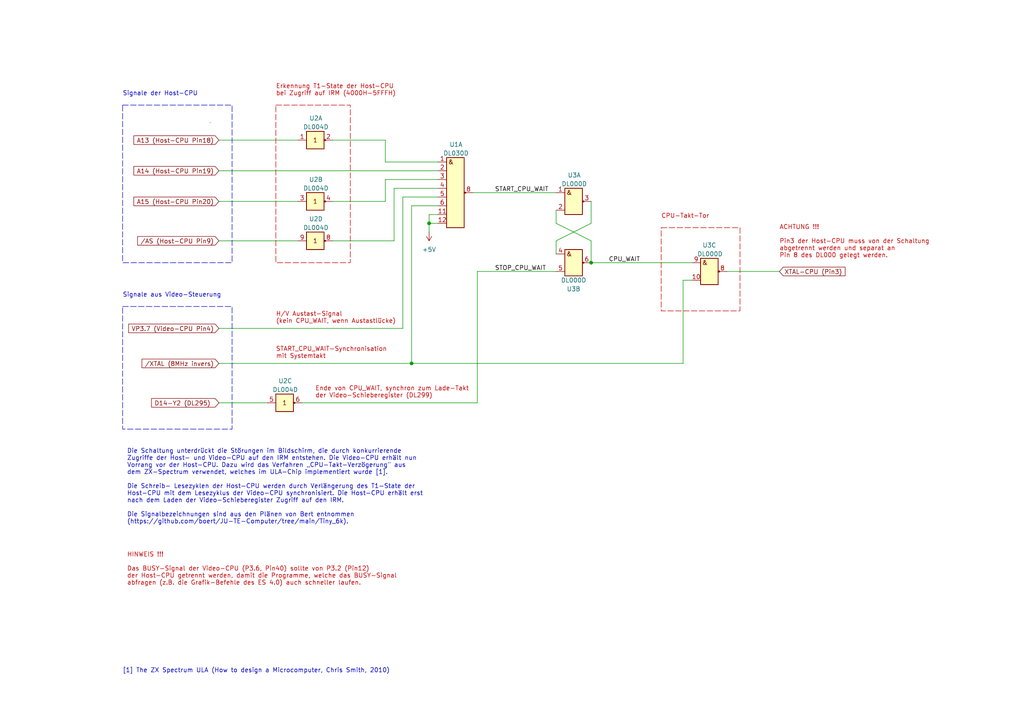
<source format=kicad_sch>
(kicad_sch (version 20230121) (generator eeschema)
  (paper "A4")
  (title_block (title "Ju-TeC 6K Video-Entstörung"))
  (lib_symbols
    (symbol "RFT_Digitalschaltkreise:DL000D" (pin_names (offset 1.016) hide)
      (property "Reference" "U" (at 0 5.08 0))
      (property "Value" "DL000D" (at 0 -5.08 0))
      (symbol "DL000D_1_0"
        (pin output line (at 5.08 0 180) (length 2.54) (name "Y1") (number "3"))
      )
      (symbol "DL000D_1_1"
        (rectangle (start -2.54 3.81) (end 2.54 -3.81) (stroke (width 0.254)) (fill (type background)))
        (circle (center 2.8448 0) (radius 0.2032) (fill (type outline)))
        (text "&" (at -1.27 2.54 0) (effects (font (size 1.27 1.27))))
        (pin input line (at -5.08 2.54 0) (length 2.54) (name "A1") (number "1"))
        (pin input line (at -5.08 -2.54 0) (length 2.54) (name "B1") (number "2"))
      )
      (symbol "DL000D_2_0"
        (pin input line (at -5.08 2.54 0) (length 2.54) (name "A2") (number "4"))
        (pin input line (at -5.08 -2.54 0) (length 2.54) (name "B2") (number "5"))
        (pin output line (at 5.08 0 180) (length 2.54) (name "Y2") (number "6"))
      )
      (symbol "DL000D_2_1"
        (rectangle (start -2.54 3.81) (end 2.54 -3.81) (stroke (width 0.254)) (fill (type background)))
        (circle (center 2.8448 0) (radius 0.2032) (fill (type outline)))
        (text "&" (at -1.27 2.54 0) (effects (font (size 1.27 1.27))))
      )
      (symbol "DL000D_3_0"
        (pin output line (at 5.08 0 180) (length 2.54) (name "Y3") (number "8"))
      )
      (symbol "DL000D_3_1"
        (rectangle (start -2.54 3.81) (end 2.54 -3.81) (stroke (width 0.254)) (fill (type background)))
        (circle (center 2.8448 0) (radius 0.2032) (fill (type outline)))
        (text "&" (at -1.27 2.54 0) (effects (font (size 1.27 1.27))))
        (pin input line (at -5.08 -2.54 0) (length 2.54) (name "B3") (number "10"))
        (pin input line (at -5.08 2.54 0) (length 2.54) (name "A3") (number "9"))
      )
      (symbol "DL000D_4_0"
        (pin output line (at 5.08 0 180) (length 2.54) (name "Y4") (number "11"))
      )
      (symbol "DL000D_4_1"
        (rectangle (start -2.54 3.81) (end 2.54 -3.81) (stroke (width 0.254)) (fill (type background)))
        (circle (center 2.8448 0) (radius 0.2032) (fill (type outline)))
        (text "&" (at -1.27 2.54 0) (effects (font (size 1.27 1.27))))
        (pin input line (at -5.08 2.54 0) (length 2.54) (name "A4") (number "12"))
        (pin input line (at -5.08 -2.54 0) (length 2.54) (name "B4") (number "13"))
      )
      (symbol "DL000D_5_1"
        (rectangle (start -1.27 2.54) (end 1.27 -2.54) (fill (type background)))
        (pin power_in line (at 0 5.08 270) (length 2.54) (name "Vcc") (number "14"))
        (pin power_in line (at 0 -5.08 90) (length 2.54) (name "GND") (number "7"))
      )
    )
    (symbol "RFT_Digitalschaltkreise:DL004D" (pin_names (offset 1.016) hide)
      (property "Reference" "U" (at 0 3.81 0))
      (property "Value" "DL004D" (at 0 -3.81 0))
      (symbol "DL004D_1_0"
        (pin output line (at 5.08 0 180) (length 2.54) (name "Y1") (number "2"))
      )
      (symbol "DL004D_1_1"
        (rectangle (start -2.54 2.54) (end 2.54 -2.54) (stroke (width 0.254)) (fill (type background)))
        (circle (center 2.8448 0) (radius 0.2032) (fill (type outline)))
        (text "1" (at 0 0 0) (effects (font (size 1.27 1.27))))
        (pin input line (at -5.08 0 0) (length 2.54) (name "A1") (number "1"))
      )
      (symbol "DL004D_2_1"
        (rectangle (start -2.54 2.54) (end 2.54 -2.54) (stroke (width 0.254)) (fill (type background)))
        (circle (center 2.8448 0) (radius 0.2032) (fill (type outline)))
        (text "1" (at 0 0 0) (effects (font (size 1.27 1.27))))
        (pin input line (at -5.08 0 0) (length 2.54) (name "A2") (number "3"))
        (pin output line (at 5.08 0 180) (length 2.54) (name "Y2") (number "4"))
      )
      (symbol "DL004D_3_1"
        (rectangle (start -2.54 2.54) (end 2.54 -2.54) (stroke (width 0.254)) (fill (type background)))
        (circle (center 2.8448 0) (radius 0.2032) (fill (type outline)))
        (text "1" (at 0 0 0) (effects (font (size 1.27 1.27))))
        (pin input line (at -5.08 0 0) (length 2.54) (name "A3") (number "5"))
        (pin output line (at 5.08 0 180) (length 2.54) (name "Y3") (number "6"))
      )
      (symbol "DL004D_4_1"
        (rectangle (start -2.54 2.54) (end 2.54 -2.54) (stroke (width 0.254)) (fill (type background)))
        (circle (center 2.8448 0) (radius 0.2032) (fill (type outline)))
        (text "1" (at 0 0 0) (effects (font (size 1.27 1.27))))
        (pin output line (at 5.08 0 180) (length 2.54) (name "Y4") (number "8"))
        (pin input line (at -5.08 0 0) (length 2.54) (name "A4") (number "9"))
      )
      (symbol "DL004D_5_1"
        (rectangle (start -2.54 2.54) (end 2.54 -2.54) (stroke (width 0.254)) (fill (type background)))
        (circle (center 2.8448 0) (radius 0.2032) (fill (type outline)))
        (text "1" (at 0 0 0) (effects (font (size 1.27 1.27))))
        (pin output line (at 5.08 0 180) (length 2.54) (name "Y5") (number "10"))
        (pin input line (at -5.08 0 0) (length 2.54) (name "A5") (number "11"))
      )
      (symbol "DL004D_6_1"
        (rectangle (start -2.54 2.54) (end 2.54 -2.54) (stroke (width 0.254)) (fill (type background)))
        (circle (center 2.8448 0) (radius 0.2032) (fill (type outline)))
        (text "1" (at 0 0 0) (effects (font (size 1.27 1.27))))
        (pin output line (at 5.08 0 180) (length 2.54) (name "Y6") (number "12"))
        (pin input line (at -5.08 0 0) (length 2.54) (name "A6") (number "13"))
      )
      (symbol "DL004D_7_1"
        (rectangle (start -1.27 2.54) (end 1.27 -2.54) (fill (type background)))
        (pin power_in line (at 0 5.08 270) (length 2.54) (name "Vcc") (number "14"))
        (pin power_in line (at 0 -5.08 90) (length 2.54) (name "GND") (number "7"))
      )
    )
    (symbol "RFT_Digitalschaltkreise:DL030D" (pin_names (offset 1.016) hide)
      (property "Reference" "U" (at 0 11.43 0))
      (property "Value" "DL030D" (at 0 -11.43 0))
      (symbol "DL030D_0_1"
        (pin no_connect line (at 5.08 5.08 180) (length 2.54) hide (name "n.c.") (number "10"))
      )
      (symbol "DL030D_1_0"
        (pin output line (at 5.08 0 180) (length 2.54) (name "Y") (number "8"))
      )
      (symbol "DL030D_1_1"
        (rectangle (start -2.54 10.16) (end 2.54 -10.16) (stroke (width 0.254)) (fill (type background)))
        (circle (center 2.8448 0) (radius 0.2032) (fill (type outline)))
        (text "&" (at -1.27 8.89 0) (effects (font (size 1.27 1.27))))
        (pin input line (at -5.08 8.89 0) (length 2.54) (name "A") (number "1"))
        (pin input line (at -5.08 -6.35 0) (length 2.54) (name "G") (number "11"))
        (pin input line (at -5.08 -8.89 0) (length 2.54) (name "H") (number "12"))
        (pin no_connect line (at 5.08 7.62 180) (length 2.54) hide (name "n.c.") (number "13"))
        (pin input line (at -5.08 6.35 0) (length 2.54) (name "B") (number "2"))
        (pin input line (at -5.08 3.81 0) (length 2.54) (name "C") (number "3"))
        (pin input line (at -5.08 1.27 0) (length 2.54) (name "D") (number "4"))
        (pin input line (at -5.08 -1.27 0) (length 2.54) (name "E") (number "5"))
        (pin input line (at -5.08 -3.81 0) (length 2.54) (name "F") (number "6"))
        (pin no_connect line (at 5.08 2.54 180) (length 2.54) hide (name "n.c.") (number "9"))
      )
      (symbol "DL030D_2_1"
        (rectangle (start -1.27 2.54) (end 1.27 -2.54) (fill (type background)))
        (pin power_in line (at 0 5.08 270) (length 2.54) (name "Vcc") (number "14"))
        (pin power_in line (at 0 -5.08 90) (length 2.54) (name "GND") (number "7"))
      )
      (symbol "DL030D_3_1"
        (rectangle (start -1.27 2.54) (end 1.27 -2.54) (fill (type background)))
      )
    )
    (symbol "power:+5V" (power) (pin_names (offset 0))
      (property "Value" "+5V" (at 0 3.556 0))
      (symbol "+5V_0_1"
        (polyline (pts (xy -0.762 1.27) (xy 0 2.54)))
        (polyline (pts (xy 0 0) (xy 0 2.54)))
        (polyline (pts (xy 0 2.54) (xy 0.762 1.27)))
      )
      (symbol "+5V_1_1"
        (pin power_in line (at 0 0 90) (length 0) hide (name "+5V") (number "1"))
      )
    )
  )
  (junction (at 171.45 76.2))
  (junction (at 124.46 64.77))
  (junction (at 119.38 105.41))
  (wire (pts (xy 124.46 64.77) (xy 124.46 67.31)))
  (wire (pts (xy 124.46 64.77) (xy 127 64.77)))
  (wire (pts (xy 137.16 55.88) (xy 161.29 55.88)))
  (wire (pts (xy 63.5 95.25) (xy 116.84 95.25)))
  (wire (pts (xy 171.45 64.77) (xy 171.45 58.42)))
  (wire (pts (xy 63.5 105.41) (xy 119.38 105.41)))
  (wire (pts (xy 200.66 81.28) (xy 198.12 81.28)))
  (wire (pts (xy 127 62.23) (xy 124.46 62.23)))
  (wire (pts (xy 210.82 78.74) (xy 226.06 78.74)))
  (wire (pts (xy 96.52 69.85) (xy 114.3 69.85)))
  (wire (pts (xy 87.63 116.84) (xy 138.43 116.84)))
  (wire (pts (xy 96.52 40.64) (xy 111.76 40.64)))
  (wire (pts (xy 198.12 81.28) (xy 198.12 105.41)))
  (wire (pts (xy 171.45 69.85) (xy 161.29 64.77)))
  (wire (pts (xy 63.5 58.42) (xy 86.36 58.42)))
  (wire (pts (xy 198.12 105.41) (xy 119.38 105.41)))
  (wire (pts (xy 111.76 58.42) (xy 111.76 52.07)))
  (wire (pts (xy 63.5 40.64) (xy 86.36 40.64)))
  (wire (pts (xy 171.45 64.77) (xy 161.29 69.85)))
  (wire (pts (xy 161.29 60.96) (xy 161.29 64.77)))
  (wire (pts (xy 171.45 69.85) (xy 171.45 76.2)))
  (wire (pts (xy 114.3 54.61) (xy 127 54.61)))
  (wire (pts (xy 116.84 57.15) (xy 127 57.15)))
  (wire (pts (xy 63.5 116.84) (xy 77.47 116.84)))
  (wire (pts (xy 63.5 69.85) (xy 86.36 69.85)))
  (wire (pts (xy 138.43 78.74) (xy 161.29 78.74)))
  (wire (pts (xy 171.45 76.2) (xy 200.66 76.2)))
  (wire (pts (xy 119.38 59.69) (xy 127 59.69)))
  (wire (pts (xy 63.5 49.53) (xy 127 49.53)))
  (wire (pts (xy 114.3 54.61) (xy 114.3 69.85)))
  (wire (pts (xy 116.84 95.25) (xy 116.84 57.15)))
  (wire (pts (xy 119.38 59.69) (xy 119.38 105.41)))
  (wire (pts (xy 161.29 69.85) (xy 161.29 73.66)))
  (wire (pts (xy 96.52 58.42) (xy 111.76 58.42)))
  (wire (pts (xy 111.76 52.07) (xy 127 52.07)))
  (wire (pts (xy 138.43 116.84) (xy 138.43 78.74)))
  (wire (pts (xy 111.76 40.64) (xy 111.76 46.99)))
  (wire (pts (xy 124.46 62.23) (xy 124.46 64.77)))
  (wire (pts (xy 111.76 46.99) (xy 127 46.99)))
  (rectangle (start 35.56 88.9) (end 67.31 124.46) (stroke (width 0) (type dash)))
  (rectangle (start 80.01 30.48) (end 101.6 76.2) (stroke (width 0) (type dash) (color 194 0 0 1)))
  (rectangle (start 60.96 35.56) (end 60.96 35.56))
  (rectangle (start 60.96 35.56) (end 60.96 35.56))
  (rectangle (start 191.77 66.04) (end 214.63 90.17) (stroke (width 0) (type dash) (color 194 0 0 1)))
  (rectangle (start 35.56 30.48) (end 67.31 76.2) (stroke (width 0) (type dash)))
  (text "ACHTUNG !!!\n\nPin3 der Host-CPU muss von der Schaltung \nabgetrennt werden und separat an \nPin 8 des DL000 gelegt werden." (at 226.06 74.93 0) (effects (font (size 1.27 1.27)) (justify left bottom)))
  (text "HINWEIS !!!\n\nDas BUSY-Signal der Video-CPU (P3.6, Pin40) sollte von P3.2 (Pin12) \nder Host-CPU getrennt werden, damit die Programme, welche das BUSY-Signal \nabfragen (z.B. die Grafik-Befehle des ES 4.0) auch schneller laufen.\n\n " (at 36.83 173.99 0) (effects (font (size 1.27 1.27)) (justify left bottom)))
  (text "Die Schaltung unterdrückt die Störungen im Bildschirm, die durch konkurrierende \nZugriffe der Host- und Video-CPU auf den IRM entstehen. Die Video-CPU erhält nun \nVorrang vor der Host-CPU. Dazu wird das Verfahren „CPU-Takt-Verzögerung\" aus \ndem ZX-Spectrum verwendet, welches im ULA-Chip implementiert wurde [1].\n\nDie Schreib- Lesezyklen der Host-CPU werden durch Verlängerung des T1-State der \nHost-CPU mit dem Lesezyklus der Video-CPU synchronisiert. Die Host-CPU erhält erst\nnach dem Laden der Video-Schieberegister Zugriff auf den IRM.\n\nDie Signalbezeichnungen sind aus den Plänen von Bert entnommen \n(https://github.com/boert/JU-TE-Computer/tree/main/Tiny_6k).\n\n\n" (at 36.83 156.21 0) (effects (font (size 1.27 1.27)) (justify left bottom)))
  (text "Erkennung T1-State der Host-CPU\nbei Zugriff auf IRM (4000H-5FFFH)" (at 80.01 27.94 0) (effects (font (size 1.27 1.27)) (justify left bottom)))
  (text "[1] The ZX Spectrum ULA (How to design a Microcomputer, Chris Smith, 2010)\n\n\n" (at 35.56 199.39 0) (effects (font (size 1.27 1.27)) (justify left bottom)))
  (text "H/V Austast-Signal\n(kein CPU_WAIT, wenn Austastlücke)" (at 80.01 93.98 0) (effects (font (size 1.27 1.27)) (justify left bottom)))
  (text "CPU-Takt-Tor" (at 191.77 63.5 0) (effects (font (size 1.27 1.27)) (justify left bottom)))
  (text "Signale aus Video-Steuerung" (at 35.56 86.36 0) (effects (font (size 1.27 1.27)) (justify left bottom)))
  (text "Signale der Host-CPU" (at 35.56 27.94 0) (effects (font (size 1.27 1.27)) (justify left bottom)))
  (text "Ende von CPU_WAIT, synchron zum Lade-Takt \nder Video-Schieberegister (DL299) \n" (at 91.44 115.57 0) (effects (font (size 1.27 1.27)) (justify left bottom)))
  (text "START_CPU_WAIT-Synchronisation\nmit Systemtakt" (at 80.01 104.14 0) (effects (font (size 1.27 1.27)) (justify left bottom)))
  (label "STOP_CPU_WAIT" (at 143.51 78.74 0))
  (label "START_CPU_WAIT" (at 143.51 55.88 0))
  (label "CPU_WAIT" (at 176.53 76.2 0))
  (global_label "D14-Y2 (DL295) " (shape input) (at 63.5 116.84 180) (property "Intersheetrefs" "${INTERSHEET_REFS}" (effects hide)))
  (global_label "A13 (Host-CPU Pin18)" (shape input) (at 63.5 40.64 180) (property "Intersheetrefs" "${INTERSHEET_REFS}" (effects hide)))
  (global_label "A15 (Host-CPU Pin20)" (shape input) (at 63.5 58.42 180) (property "Intersheetrefs" "${INTERSHEET_REFS}" (effects hide)))
  (global_label "{slash}AS (Host-CPU Pin9)" (shape input) (at 63.5 69.85 180) (property "Intersheetrefs" "${INTERSHEET_REFS}" (effects hide)))
  (global_label "{slash}XTAL (8MHz invers)" (shape input) (at 63.5 105.41 180) (property "Intersheetrefs" "${INTERSHEET_REFS}" (effects hide)))
  (global_label "VP3.7 (Video-CPU Pin4)" (shape input) (at 63.5 95.25 180) (property "Intersheetrefs" "${INTERSHEET_REFS}" (effects hide)))
  (global_label "A14 (Host-CPU Pin19)" (shape input) (at 63.5 49.53 180) (property "Intersheetrefs" "${INTERSHEET_REFS}" (effects hide)))
  (global_label "XTAL-CPU (Pin3)" (shape input) (at 226.06 78.74 0) (property "Intersheetrefs" "${INTERSHEET_REFS}" (effects hide)))
  (symbol (lib_id "RFT_Digitalschaltkreise:DL000D") (at 166.37 58.42 0) (unit 1)
    (property "Reference" "U3" (at 166.5605 50.8 0))
    (property "Value" "DL000D" (at 166.5605 53.34 0))
    (property "Datasheet" "https://www-user.tu-chemnitz.de/~heha/basteln/Konsumg%C3%BCter/DDR-Halbleiter/dl000.gif" (effects hide))
  )
  (symbol (lib_id "RFT_Digitalschaltkreise:DL030D") (at 132.08 55.88 0) (unit 1)
    (property "Reference" "U1" (at 132.2705 41.91 0))
    (property "Value" "DL030D" (at 132.2705 44.45 0))
    (property "Datasheet" "https://www-user.tu-chemnitz.de/~heha/basteln/Konsumg%C3%BCter/DDR-Halbleiter/dl021.gif" (effects hide))
  )
  (symbol (lib_id "RFT_Digitalschaltkreise:DL000D") (at 205.74 78.74 0) (unit 3)
    (property "Reference" "U3" (at 205.74 71.12 0))
    (property "Value" "DL000D" (at 205.9305 73.66 0))
    (property "Datasheet" "https://www-user.tu-chemnitz.de/~heha/basteln/Konsumg%C3%BCter/DDR-Halbleiter/dl000.gif" (effects hide))
  )
  (symbol (lib_id "RFT_Digitalschaltkreise:DL004D") (at 91.44 40.64 0) (unit 1)
    (property "Reference" "U2" (at 91.6305 34.29 0))
    (property "Value" "DL004D" (at 91.6305 36.83 0))
    (property "Datasheet" "https://www-user.tu-chemnitz.de/~heha/basteln/Konsumg%C3%BCter/DDR-Halbleiter/dl003.gif" (effects hide))
  )
  (symbol (lib_id "RFT_Digitalschaltkreise:DL000D") (at 166.37 76.2 0) (unit 2)
    (property "Reference" "U3" (at 166.37 83.82 0))
    (property "Value" "DL000D" (at 166.37 81.28 0))
    (property "Datasheet" "https://www-user.tu-chemnitz.de/~heha/basteln/Konsumg%C3%BCter/DDR-Halbleiter/dl000.gif" (effects hide))
  )
  (symbol (lib_id "RFT_Digitalschaltkreise:DL004D") (at 91.44 69.85 0) (unit 4)
    (property "Reference" "U2" (at 91.6305 63.5 0))
    (property "Value" "DL004D" (at 91.6305 66.04 0))
    (property "Datasheet" "https://www-user.tu-chemnitz.de/~heha/basteln/Konsumg%C3%BCter/DDR-Halbleiter/dl003.gif" (effects hide))
  )
  (symbol (lib_id "RFT_Digitalschaltkreise:DL004D") (at 91.44 58.42 0) (unit 2)
    (property "Reference" "U2" (at 91.6305 52.07 0))
    (property "Value" "DL004D" (at 91.6305 54.61 0))
    (property "Datasheet" "https://www-user.tu-chemnitz.de/~heha/basteln/Konsumg%C3%BCter/DDR-Halbleiter/dl003.gif" (effects hide))
  )
  (symbol (lib_id "RFT_Digitalschaltkreise:DL004D") (at 82.55 116.84 0) (unit 3)
    (property "Reference" "U2" (at 82.7405 110.49 0))
    (property "Value" "DL004D" (at 82.7405 113.03 0))
    (property "Datasheet" "https://www-user.tu-chemnitz.de/~heha/basteln/Konsumg%C3%BCter/DDR-Halbleiter/dl003.gif" (effects hide))
  )
  (symbol (lib_id "power:+5V") (at 124.46 67.31 180) (unit 1)
    (property "Reference" "#PWR01" (effects hide))
    (property "Value" "+5V" (at 124.46 72.39 0))
  )
)
</source>
